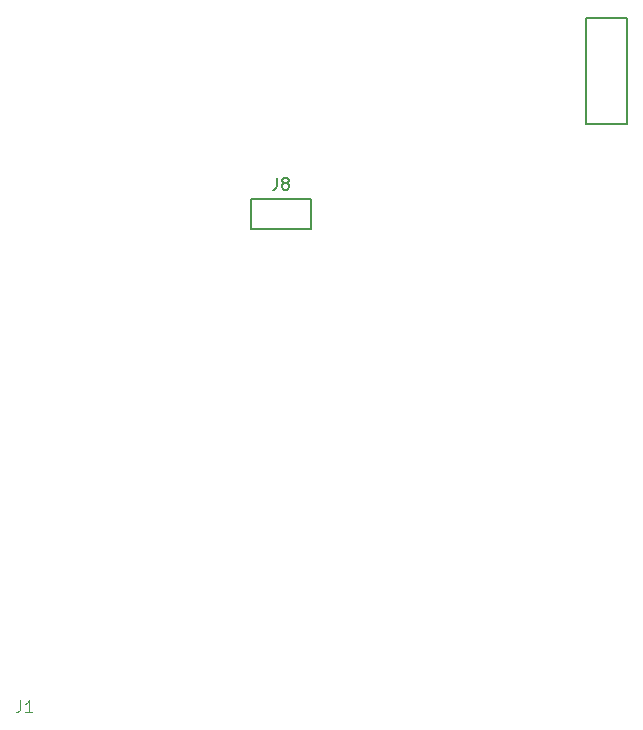
<source format=gbr>
%TF.GenerationSoftware,KiCad,Pcbnew,8.0.7*%
%TF.CreationDate,2025-01-20T20:06:26+09:00*%
%TF.ProjectId,cool937tb_R_v2,636f6f6c-3933-4377-9462-5f525f76322e,rev?*%
%TF.SameCoordinates,Original*%
%TF.FileFunction,Legend,Top*%
%TF.FilePolarity,Positive*%
%FSLAX46Y46*%
G04 Gerber Fmt 4.6, Leading zero omitted, Abs format (unit mm)*
G04 Created by KiCad (PCBNEW 8.0.7) date 2025-01-20 20:06:26*
%MOMM*%
%LPD*%
G01*
G04 APERTURE LIST*
%ADD10C,0.100000*%
%ADD11C,0.150000*%
%ADD12C,0.127000*%
G04 APERTURE END LIST*
D10*
X72396666Y-67367419D02*
X72396666Y-68081704D01*
X72396666Y-68081704D02*
X72349047Y-68224561D01*
X72349047Y-68224561D02*
X72253809Y-68319800D01*
X72253809Y-68319800D02*
X72110952Y-68367419D01*
X72110952Y-68367419D02*
X72015714Y-68367419D01*
X73396666Y-68367419D02*
X72825238Y-68367419D01*
X73110952Y-68367419D02*
X73110952Y-67367419D01*
X73110952Y-67367419D02*
X73015714Y-67510276D01*
X73015714Y-67510276D02*
X72920476Y-67605514D01*
X72920476Y-67605514D02*
X72825238Y-67653133D01*
D11*
X94122916Y-23148569D02*
X94122916Y-23862854D01*
X94122916Y-23862854D02*
X94075297Y-24005711D01*
X94075297Y-24005711D02*
X93980059Y-24100950D01*
X93980059Y-24100950D02*
X93837202Y-24148569D01*
X93837202Y-24148569D02*
X93741964Y-24148569D01*
X94741964Y-23577140D02*
X94646726Y-23529521D01*
X94646726Y-23529521D02*
X94599107Y-23481902D01*
X94599107Y-23481902D02*
X94551488Y-23386664D01*
X94551488Y-23386664D02*
X94551488Y-23339045D01*
X94551488Y-23339045D02*
X94599107Y-23243807D01*
X94599107Y-23243807D02*
X94646726Y-23196188D01*
X94646726Y-23196188D02*
X94741964Y-23148569D01*
X94741964Y-23148569D02*
X94932440Y-23148569D01*
X94932440Y-23148569D02*
X95027678Y-23196188D01*
X95027678Y-23196188D02*
X95075297Y-23243807D01*
X95075297Y-23243807D02*
X95122916Y-23339045D01*
X95122916Y-23339045D02*
X95122916Y-23386664D01*
X95122916Y-23386664D02*
X95075297Y-23481902D01*
X95075297Y-23481902D02*
X95027678Y-23529521D01*
X95027678Y-23529521D02*
X94932440Y-23577140D01*
X94932440Y-23577140D02*
X94741964Y-23577140D01*
X94741964Y-23577140D02*
X94646726Y-23624759D01*
X94646726Y-23624759D02*
X94599107Y-23672378D01*
X94599107Y-23672378D02*
X94551488Y-23767616D01*
X94551488Y-23767616D02*
X94551488Y-23958092D01*
X94551488Y-23958092D02*
X94599107Y-24053330D01*
X94599107Y-24053330D02*
X94646726Y-24100950D01*
X94646726Y-24100950D02*
X94741964Y-24148569D01*
X94741964Y-24148569D02*
X94932440Y-24148569D01*
X94932440Y-24148569D02*
X95027678Y-24100950D01*
X95027678Y-24100950D02*
X95075297Y-24053330D01*
X95075297Y-24053330D02*
X95122916Y-23958092D01*
X95122916Y-23958092D02*
X95122916Y-23767616D01*
X95122916Y-23767616D02*
X95075297Y-23672378D01*
X95075297Y-23672378D02*
X95027678Y-23624759D01*
X95027678Y-23624759D02*
X94932440Y-23577140D01*
%TO.C,SW21*%
X120270000Y-9620000D02*
X123770000Y-9620000D01*
X120270000Y-18620000D02*
X120270000Y-9620000D01*
X123770000Y-9620000D02*
X123770000Y-18620000D01*
X123770000Y-18620000D02*
X120270000Y-18620000D01*
D12*
%TO.C,J8*%
X91916250Y-24923750D02*
X96996250Y-24923750D01*
X91916250Y-27463750D02*
X91916250Y-24923750D01*
X96996250Y-24923750D02*
X96996250Y-27463750D01*
X96996250Y-27463750D02*
X91916250Y-27463750D01*
%TD*%
M02*

</source>
